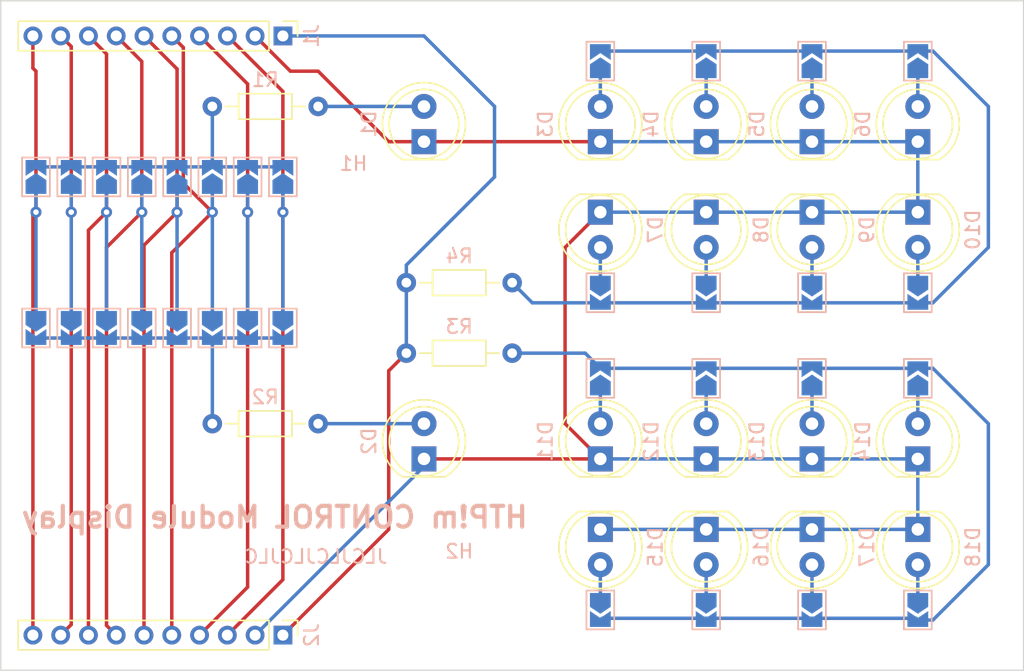
<source format=kicad_pcb>
(kicad_pcb (version 20221018) (generator pcbnew)
  (title_block (title "HTP!m CONTROL Module Display") (date "2023-10-07") (rev "1") (company "shawnd.xyz") (comment 2 "status.") (comment 3 "The HTP!m CONTROL Module Display highlights the selected module and its override"))
  (layers (0 "F.Cu" signal) (31 "B.Cu" signal) (34 "B.Paste" user) (35 "F.Paste" user) (36 "B.SilkS" user "B.Silkscreen") (37 "F.SilkS" user "F.Silkscreen") (38 "B.Mask" user) (39 "F.Mask" user) (44 "Edge.Cuts" user))
  (net 0 "")
  (net 1 "GND")
  (net 2 "Net-(D1-A)")
  (net 3 "Net-(D2-A)")
  (net 4 "Net-(D3-A)")
  (net 5 "Net-(D4-A)")
  (net 6 "Net-(D5-A)")
  (net 7 "Net-(D6-A)")
  (net 8 "Net-(D7-A)")
  (net 9 "Net-(D8-A)")
  (net 10 "Net-(D9-A)")
  (net 11 "Net-(D10-A)")
  (net 12 "Net-(D11-A)")
  (net 13 "Net-(D12-A)")
  (net 14 "Net-(D13-A)")
  (net 15 "Net-(D14-A)")
  (net 16 "Net-(D15-A)")
  (net 17 "Net-(D16-A)")
  (net 18 "Net-(D17-A)")
  (net 19 "Net-(D18-A)")
  (net 20 "+3.3V")
  (net 21 "Net-(J1-Pin_3)")
  (net 22 "Net-(J1-Pin_4)")
  (net 23 "Net-(J1-Pin_5)")
  (net 24 "Net-(J1-Pin_6)")
  (net 25 "Net-(J1-Pin_7)")
  (net 26 "Net-(J1-Pin_8)")
  (net 27 "Net-(J1-Pin_9)")
  (net 28 "Net-(J1-Pin_10)")
  (net 29 "Net-(JP1-B)")
  (net 30 "Net-(JP17-B)")
  (net 31 "Net-(JP25-B)")
  (net 32 "Net-(JP10-B)")
  (footprint "LED_THT:LED_D5.0mm" (layer "F.Cu") (at 154.94 111.76 -90)
    (fp_text reference "D15" (at 1.27 -3.96 -270) (layer "B.SilkS") (effects (justify mirror)))
    (fp_text value "BLUE")
    (pad "1" thru_hole rect (at 0 0 270) (size 1.8 1.8) (drill 0.9) (layers "*.Cu" "*.Mask") (net 1 "GND"))
    (pad "2" thru_hole circle (at 2.54 0 270) (size 1.8 1.8) (drill 0.9) (layers "*.Cu" "*.Mask") (net 16 "Net-(D15-A)"))
  )
  (footprint "LED_THT:LED_D5.0mm" (layer "F.Cu") (at 142.24 106.68 90)
    (fp_text reference "D2" (at 1.27 -3.96 90) (layer "B.SilkS") (effects (justify mirror)))
    (fp_text value "RED")
    (pad "1" thru_hole rect (at 0 0 90) (size 1.8 1.8) (drill 0.9) (layers "*.Cu" "*.Mask") (net 1 "GND"))
    (pad "2" thru_hole circle (at 2.54 0 90) (size 1.8 1.8) (drill 0.9) (layers "*.Cu" "*.Mask") (net 3 "Net-(D2-A)"))
  )
  (footprint "Resistor_THT:R_Axial_DIN0204_L3.6mm_D1.6mm_P7.62mm_Horizontal" (layer "F.Cu") (at 127 81.28)
    (fp_text reference "R1" (at 3.81 -1.92) (layer "B.SilkS") (effects (justify mirror)))
    (fp_text value "400Ω")
    (pad "1" thru_hole circle (at 0 0) (size 1.4 1.4) (drill 0.7) (layers "*.Cu" "*.Mask") (net 31 "Net-(JP25-B)"))
    (pad "2" thru_hole oval (at 7.62 0) (size 1.4 1.4) (drill 0.7) (layers "*.Cu" "*.Mask") (net 2 "Net-(D1-A)"))
  )
  (footprint "LED_THT:LED_D5.0mm" (layer "F.Cu") (at 142.24 83.82 90)
    (fp_text reference "D1" (at 1.27 -3.96 -270) (layer "B.SilkS") (effects (justify mirror)))
    (fp_text value "RED")
    (pad "1" thru_hole rect (at 0 0 90) (size 1.8 1.8) (drill 0.9) (layers "*.Cu" "*.Mask") (net 1 "GND"))
    (pad "2" thru_hole circle (at 2.54 0 90) (size 1.8 1.8) (drill 0.9) (layers "*.Cu" "*.Mask") (net 2 "Net-(D1-A)"))
  )
  (footprint "LED_THT:LED_D5.0mm" (layer "F.Cu") (at 162.56 106.68 90)
    (fp_text reference "D12" (at 1.27 -3.96 -270) (layer "B.SilkS") (effects (justify mirror)))
    (fp_text value "BLUE")
    (pad "1" thru_hole rect (at 0 0 90) (size 1.8 1.8) (drill 0.9) (layers "*.Cu" "*.Mask") (net 1 "GND"))
    (pad "2" thru_hole circle (at 2.54 0 90) (size 1.8 1.8) (drill 0.9) (layers "*.Cu" "*.Mask") (net 13 "Net-(D12-A)"))
  )
  (footprint "LED_THT:LED_D5.0mm" (layer "F.Cu") (at 170.18 83.82 90)
    (fp_text reference "D5" (at 1.27 -3.96 90) (layer "B.SilkS") (effects (justify mirror)))
    (fp_text value "BLUE")
    (pad "1" thru_hole rect (at 0 0 90) (size 1.8 1.8) (drill 0.9) (layers "*.Cu" "*.Mask") (net 1 "GND"))
    (pad "2" thru_hole circle (at 2.54 0 90) (size 1.8 1.8) (drill 0.9) (layers "*.Cu" "*.Mask") (net 6 "Net-(D5-A)"))
  )
  (footprint "LED_THT:LED_D5.0mm" (layer "F.Cu") (at 177.8 83.82 90)
    (fp_text reference "D6" (at 1.27 -3.96 90) (layer "B.SilkS") (effects (justify mirror)))
    (fp_text value "BLUE")
    (pad "1" thru_hole rect (at 0 0 90) (size 1.8 1.8) (drill 0.9) (layers "*.Cu" "*.Mask") (net 1 "GND"))
    (pad "2" thru_hole circle (at 2.54 0 90) (size 1.8 1.8) (drill 0.9) (layers "*.Cu" "*.Mask") (net 7 "Net-(D6-A)"))
  )
  (footprint "LED_THT:LED_D5.0mm" (layer "F.Cu") (at 162.56 88.9 -90)
    (fp_text reference "D8" (at 1.27 -3.96 -270) (layer "B.SilkS") (effects (justify mirror)))
    (fp_text value "BLUE")
    (pad "1" thru_hole rect (at 0 0 270) (size 1.8 1.8) (drill 0.9) (layers "*.Cu" "*.Mask") (net 1 "GND"))
    (pad "2" thru_hole circle (at 2.54 0 270) (size 1.8 1.8) (drill 0.9) (layers "*.Cu" "*.Mask") (net 9 "Net-(D8-A)"))
  )
  (footprint "LED_THT:LED_D5.0mm" (layer "F.Cu") (at 170.18 111.76 -90)
    (fp_text reference "D17" (at 1.27 -3.96 -270) (layer "B.SilkS") (effects (justify mirror)))
    (fp_text value "BLUE")
    (pad "1" thru_hole rect (at 0 0 270) (size 1.8 1.8) (drill 0.9) (layers "*.Cu" "*.Mask") (net 1 "GND"))
    (pad "2" thru_hole circle (at 2.54 0 270) (size 1.8 1.8) (drill 0.9) (layers "*.Cu" "*.Mask") (net 18 "Net-(D17-A)"))
  )
  (footprint "Connector_PinHeader_2.00mm:PinHeader_1x10_P2.00mm_Vertical" (layer "F.Cu") (at 132.08 76.2 -90)
    (fp_text reference "J1" (at 0 -2.06 -270) (layer "B.SilkS") (effects (justify mirror)))
    (fp_text value "Conn_01x10_Socket" hide)
    (pad "1" thru_hole rect (at 0 0 270) (size 1.35 1.35) (drill 0.8) (layers "*.Cu" "*.Mask") (net 20 "+3.3V"))
    (pad "2" thru_hole oval (at 0 2 270) (size 1.35 1.35) (drill 0.8) (layers "*.Cu" "*.Mask") (net 1 "GND"))
    (pad "3" thru_hole oval (at 0 4 270) (size 1.35 1.35) (drill 0.8) (layers "*.Cu" "*.Mask") (net 21 "Net-(J1-Pin_3)"))
    (pad "4" thru_hole oval (at 0 6 270) (size 1.35 1.35) (drill 0.8) (layers "*.Cu" "*.Mask") (net 22 "Net-(J1-Pin_4)"))
    (pad "5" thru_hole oval (at 0 8 270) (size 1.35 1.35) (drill 0.8) (layers "*.Cu" "*.Mask") (net 23 "Net-(J1-Pin_5)"))
    (pad "6" thru_hole oval (at 0 10 270) (size 1.35 1.35) (drill 0.8) (layers "*.Cu" "*.Mask") (net 24 "Net-(J1-Pin_6)"))
    (pad "7" thru_hole oval (at 0 12 270) (size 1.35 1.35) (drill 0.8) (layers "*.Cu" "*.Mask") (net 25 "Net-(J1-Pin_7)"))
    (pad "8" thru_hole oval (at 0 14 270) (size 1.35 1.35) (drill 0.8) (layers "*.Cu" "*.Mask") (net 26 "Net-(J1-Pin_8)"))
    (pad "9" thru_hole oval (at 0 16 270) (size 1.35 1.35) (drill 0.8) (layers "*.Cu" "*.Mask") (net 27 "Net-(J1-Pin_9)"))
    (pad "10" thru_hole oval (at 0 18 270) (size 1.35 1.35) (drill 0.8) (layers "*.Cu" "*.Mask") (net 28 "Net-(J1-Pin_10)"))
  )
  (footprint "MountingHole:MountingHole_2.5mm" (layer "F.Cu") (at 144.78 116.84)
    (fp_text reference "H2" (at 0 -3.5) (layer "B.SilkS") (effects (justify mirror)))
    (fp_text value "MountingHole")
    (pad "" np_thru_hole circle (at 0 0) (size 2.5 2.5) (drill 2.5) (layers "*.Cu" "*.Mask"))
  )
  (footprint "Resistor_THT:R_Axial_DIN0204_L3.6mm_D1.6mm_P7.62mm_Horizontal" (layer "F.Cu") (at 140.97 99.06)
    (fp_text reference "R3" (at 3.81 -1.92) (layer "B.SilkS") (effects (justify mirror)))
    (fp_text value "400Ω")
    (pad "1" thru_hole circle (at 0 0) (size 1.4 1.4) (drill 0.7) (layers "*.Cu" "*.Mask") (net 20 "+3.3V"))
    (pad "2" thru_hole oval (at 7.62 0) (size 1.4 1.4) (drill 0.7) (layers "*.Cu" "*.Mask") (net 32 "Net-(JP10-B)"))
  )
  (footprint "LED_THT:LED_D5.0mm" (layer "F.Cu") (at 177.8 106.68 90)
    (fp_text reference "D14" (at 1.27 -3.96 -270) (layer "B.SilkS") (effects (justify mirror)))
    (fp_text value "BLUE")
    (pad "1" thru_hole rect (at 0 0 90) (size 1.8 1.8) (drill 0.9) (layers "*.Cu" "*.Mask") (net 1 "GND"))
    (pad "2" thru_hole circle (at 2.54 0 90) (size 1.8 1.8) (drill 0.9) (layers "*.Cu" "*.Mask") (net 15 "Net-(D14-A)"))
  )
  (footprint "LED_THT:LED_D5.0mm" (layer "F.Cu") (at 177.8 88.9 -90)
    (fp_text reference "D10" (at 1.27 -3.96 -270) (layer "B.SilkS") (effects (justify mirror)))
    (fp_text value "BLUE")
    (pad "1" thru_hole rect (at 0 0 270) (size 1.8 1.8) (drill 0.9) (layers "*.Cu" "*.Mask") (net 1 "GND"))
    (pad "2" thru_hole circle (at 2.54 0 270) (size 1.8 1.8) (drill 0.9) (layers "*.Cu" "*.Mask") (net 11 "Net-(D10-A)"))
  )
  (footprint "LED_THT:LED_D5.0mm" (layer "F.Cu") (at 162.56 83.82 90)
    (fp_text reference "D4" (at 1.27 -3.96 -270) (layer "B.SilkS") (effects (justify mirror)))
    (fp_text value "BLUE")
    (pad "1" thru_hole rect (at 0 0 90) (size 1.8 1.8) (drill 0.9) (layers "*.Cu" "*.Mask") (net 1 "GND"))
    (pad "2" thru_hole circle (at 2.54 0 90) (size 1.8 1.8) (drill 0.9) (layers "*.Cu" "*.Mask") (net 5 "Net-(D4-A)"))
  )
  (footprint "LED_THT:LED_D5.0mm" (layer "F.Cu") (at 154.94 83.82 90)
    (fp_text reference "D3" (at 1.27 -3.96 -270) (layer "B.SilkS") (effects (justify mirror)))
    (fp_text value "BLUE")
    (pad "1" thru_hole rect (at 0 0 90) (size 1.8 1.8) (drill 0.9) (layers "*.Cu" "*.Mask") (net 1 "GND"))
    (pad "2" thru_hole circle (at 2.54 0 90) (size 1.8 1.8) (drill 0.9) (layers "*.Cu" "*.Mask") (net 4 "Net-(D3-A)"))
  )
  (footprint "LED_THT:LED_D5.0mm" (layer "F.Cu") (at 162.56 111.76 -90)
    (fp_text reference "D16" (at 1.27 -3.96 -270) (layer "B.SilkS") (effects (justify mirror)))
    (fp_text value "BLUE")
    (pad "1" thru_hole rect (at 0 0 270) (size 1.8 1.8) (drill 0.9) (layers "*.Cu" "*.Mask") (net 1 "GND"))
    (pad "2" thru_hole circle (at 2.54 0 270) (size 1.8 1.8) (drill 0.9) (layers "*.Cu" "*.Mask") (net 17 "Net-(D16-A)"))
  )
  (footprint "LED_THT:LED_D5.0mm" (layer "F.Cu") (at 177.8 111.76 -90)
    (fp_text reference "D18" (at 1.27 -3.96 -270) (layer "B.SilkS") (effects (justify mirror)))
    (fp_text value "BLUE")
    (pad "1" thru_hole rect (at 0 0 270) (size 1.8 1.8) (drill 0.9) (layers "*.Cu" "*.Mask") (net 1 "GND"))
    (pad "2" thru_hole circle (at 2.54 0 270) (size 1.8 1.8) (drill 0.9) (layers "*.Cu" "*.Mask") (net 19 "Net-(D18-A)"))
  )
  (footprint "LED_THT:LED_D5.0mm" (layer "F.Cu") (at 170.18 88.9 -90)
    (fp_text reference "D9" (at 1.27 -3.96 -270) (layer "B.SilkS") (effects (justify mirror)))
    (fp_text value "BLUE")
    (pad "1" thru_hole rect (at 0 0 270) (size 1.8 1.8) (drill 0.9) (layers "*.Cu" "*.Mask") (net 1 "GND"))
    (pad "2" thru_hole circle (at 2.54 0 270) (size 1.8 1.8) (drill 0.9) (layers "*.Cu" "*.Mask") (net 10 "Net-(D9-A)"))
  )
  (footprint "LED_THT:LED_D5.0mm" (layer "F.Cu") (at 170.18 106.68 90)
    (fp_text reference "D13" (at 1.27 -3.96 90) (layer "B.SilkS") (effects (justify mirror)))
    (fp_text value "BLUE")
    (pad "1" thru_hole rect (at 0 0 90) (size 1.8 1.8) (drill 0.9) (layers "*.Cu" "*.Mask") (net 1 "GND"))
    (pad "2" thru_hole circle (at 2.54 0 90) (size 1.8 1.8) (drill 0.9) (layers "*.Cu" "*.Mask") (net 14 "Net-(D13-A)"))
  )
  (footprint "Connector_PinHeader_2.00mm:PinHeader_1x10_P2.00mm_Vertical" (layer "F.Cu") (at 132.08 119.38 -90)
    (fp_text reference "J2" (at 0 -2.06 -270) (layer "B.SilkS") (effects (justify mirror)))
    (fp_text value "Conn_01x10_Socket" hide)
    (pad "1" thru_hole rect (at 0 0 270) (size 1.35 1.35) (drill 0.8) (layers "*.Cu" "*.Mask") (net 20 "+3.3V"))
    (pad "2" thru_hole oval (at 0 2 270) (size 1.35 1.35) (drill 0.8) (layers "*.Cu" "*.Mask") (net 1 "GND"))
    (pad "3" thru_hole oval (at 0 4 270) (size 1.35 1.35) (drill 0.8) (layers "*.Cu" "*.Mask") (net 21 "Net-(J1-Pin_3)"))
    (pad "4" thru_hole oval (at 0 6 270) (size 1.35 1.35) (drill 0.8) (layers "*.Cu" "*.Mask") (net 22 "Net-(J1-Pin_4)"))
    (pad "5" thru_hole oval (at 0 8 270) (size 1.35 1.35) (drill 0.8) (layers "*.Cu" "*.Mask") (net 23 "Net-(J1-Pin_5)"))
    (pad "6" thru_hole oval (at 0 10 270) (size 1.35 1.35) (drill 0.8) (layers "*.Cu" "*.Mask") (net 24 "Net-(J1-Pin_6)"))
    (pad "7" thru_hole oval (at 0 12 270) (size 1.35 1.35) (drill 0.8) (layers "*.Cu" "*.Mask") (net 25 "Net-(J1-Pin_7)"))
    (pad "8" thru_hole oval (at 0 14 270) (size 1.35 1.35) (drill 0.8) (layers "*.Cu" "*.Mask") (net 26 "Net-(J1-Pin_8)"))
    (pad "9" thru_hole oval (at 0 16 270) (size 1.35 1.35) (drill 0.8) (layers "*.Cu" "*.Mask") (net 27 "Net-(J1-Pin_9)"))
    (pad "10" thru_hole oval (at 0 18 270) (size 1.35 1.35) (drill 0.8) (layers "*.Cu" "*.Mask") (net 28 "Net-(J1-Pin_10)"))
  )
  (footprint "MountingHole:MountingHole_2.5mm" (layer "F.Cu") (at 137.16 88.9)
    (fp_text reference "H1" (at 0 -3.5) (layer "B.SilkS") (effects (justify mirror)))
    (fp_text value "MountingHole")
    (pad "" np_thru_hole circle (at 0 0) (size 2.5 2.5) (drill 2.5) (layers "*.Cu" "*.Mask"))
  )
  (footprint "LED_THT:LED_D5.0mm" (layer "F.Cu") (at 154.94 106.68 90)
    (fp_text reference "D11" (at 1.27 -3.96 -270) (layer "B.SilkS") (effects (justify mirror)))
    (fp_text value "BLUE")
    (pad "1" thru_hole rect (at 0 0 90) (size 1.8 1.8) (drill 0.9) (layers "*.Cu" "*.Mask") (net 1 "GND"))
    (pad "2" thru_hole circle (at 2.54 0 90) (size 1.8 1.8) (drill 0.9) (layers "*.Cu" "*.Mask") (net 12 "Net-(D11-A)"))
  )
  (footprint "Resistor_THT:R_Axial_DIN0204_L3.6mm_D1.6mm_P7.62mm_Horizontal" (layer "F.Cu") (at 140.97 93.98)
    (fp_text reference "R4" (at 3.81 -1.92) (layer "B.SilkS") (effects (justify mirror)))
    (fp_text value "400Ω")
    (pad "1" thru_hole circle (at 0 0) (size 1.4 1.4) (drill 0.7) (layers "*.Cu" "*.Mask") (net 20 "+3.3V"))
    (pad "2" thru_hole oval (at 7.62 0) (size 1.4 1.4) (drill 0.7) (layers "*.Cu" "*.Mask") (net 29 "Net-(JP1-B)"))
  )
  (footprint "Resistor_THT:R_Axial_DIN0204_L3.6mm_D1.6mm_P7.62mm_Horizontal" (layer "F.Cu") (at 127 104.14)
    (fp_text reference "R2" (at 3.81 -1.92) (layer "B.SilkS") (effects (justify mirror)))
    (fp_text value "400Ω")
    (pad "1" thru_hole circle (at 0 0) (size 1.4 1.4) (drill 0.7) (layers "*.Cu" "*.Mask") (net 30 "Net-(JP17-B)"))
    (pad "2" thru_hole oval (at 7.62 0) (size 1.4 1.4) (drill 0.7) (layers "*.Cu" "*.Mask") (net 3 "Net-(D2-A)"))
  )
  (footprint "LED_THT:LED_D5.0mm" (layer "F.Cu") (at 154.94 88.9 -90)
    (fp_text reference "D7" (at 1.27 -3.96 -270) (layer "B.SilkS") (effects (justify mirror)))
    (fp_text value "BLUE")
    (pad "1" thru_hole rect (at 0 0 270) (size 1.8 1.8) (drill 0.9) (layers "*.Cu" "*.Mask") (net 1 "GND"))
    (pad "2" thru_hole circle (at 2.54 0 270) (size 1.8 1.8) (drill 0.9) (layers "*.Cu" "*.Mask") (net 8 "Net-(D7-A)"))
  )
  (footprint "Jumper:SolderJumper-2_P1.3mm_Open_TrianglePad1.0x1.5mm" (layer "B.Cu") (at 132.08 86.36 90)
    (fp_text reference "JP25" hide)
    (fp_text value "SolderJumper_2_Bridged" hide)
    (pad "1" smd custom (at -0.725 0 90) (size 0.3 0.3) (layers "B.Cu" "B.Mask") (net 21 "Net-(J1-Pin_3)") (options (clearance outline) (anchor rect)) (primitives (gr_poly (pts (xy 1 0) (xy 0.5 -0.75) (xy -0.5 -0.75) (xy -0.5 0.75) (xy 0.5 0.75)) (width 0) (fill yes))))
    (pad "2" smd custom (at 0.725 0 90) (size 0.3 0.3) (layers "B.Cu" "B.Mask") (net 31 "Net-(JP25-B)") (options (clearance outline) (anchor rect)) (primitives (gr_poly (pts (xy 0.5 -0.75) (xy -0.65 -0.75) (xy -0.15 0) (xy -0.65 0.75) (xy 0.5 0.75)) (width 0) (fill yes))))
  )
  (footprint "Jumper:SolderJumper-2_P1.3mm_Open_TrianglePad1.0x1.5mm" (layer "B.Cu") (at 129.54 86.36 90)
    (fp_text reference "JP26" hide)
    (fp_text value "SolderJumper_2_Bridged" hide)
    (pad "1" smd custom (at -0.725 0 90) (size 0.3 0.3) (layers "B.Cu" "B.Mask") (net 22 "Net-(J1-Pin_4)") (options (clearance outline) (anchor rect)) (primitives (gr_poly (pts (xy 1 0) (xy 0.5 -0.75) (xy -0.5 -0.75) (xy -0.5 0.75) (xy 0.5 0.75)) (width 0) (fill yes))))
    (pad "2" smd custom (at 0.725 0 90) (size 0.3 0.3) (layers "B.Cu" "B.Mask") (net 31 "Net-(JP25-B)") (options (clearance outline) (anchor rect)) (primitives (gr_poly (pts (xy 0.5 -0.75) (xy -0.65 -0.75) (xy -0.15 0) (xy -0.65 0.75) (xy 0.5 0.75)) (width 0) (fill yes))))
  )
  (footprint "Jumper:SolderJumper-2_P1.3mm_Open_TrianglePad1.0x1.5mm" (layer "B.Cu") (at 162.56 117.565 -90)
    (fp_text reference "JP14" hide)
    (fp_text value "SolderJumper_2_Bridged" hide)
    (pad "1" smd custom (at -0.725 0 270) (size 0.3 0.3) (layers "B.Cu" "B.Mask") (net 17 "Net-(D16-A)") (options (clearance outline) (anchor rect)) (primitives (gr_poly (pts (xy 1 0) (xy 0.5 -0.75) (xy -0.5 -0.75) (xy -0.5 0.75) (xy 0.5 0.75)) (width 0) (fill yes))))
    (pad "2" smd custom (at 0.725 0 270) (size 0.3 0.3) (layers "B.Cu" "B.Mask") (net 32 "Net-(JP10-B)") (options (clearance outline) (anchor rect)) (primitives (gr_poly (pts (xy 0.5 -0.75) (xy -0.65 -0.75) (xy -0.15 0) (xy -0.65 0.75) (xy 0.5 0.75)) (width 0) (fill yes))))
  )
  (footprint "Jumper:SolderJumper-2_P1.3mm_Open_TrianglePad1.0x1.5mm" (layer "B.Cu") (at 119.38 86.36 90)
    (fp_text reference "JP30" hide)
    (fp_text value "SolderJumper_2_Bridged" hide)
    (pad "1" smd custom (at -0.725 0 90) (size 0.3 0.3) (layers "B.Cu" "B.Mask") (net 26 "Net-(J1-Pin_8)") (options (clearance outline) (anchor rect)) (primitives (gr_poly (pts (xy 1 0) (xy 0.5 -0.75) (xy -0.5 -0.75) (xy -0.5 0.75) (xy 0.5 0.75)) (width 0) (fill yes))))
    (pad "2" smd custom (at 0.725 0 90) (size 0.3 0.3) (layers "B.Cu" "B.Mask") (net 31 "Net-(JP25-B)") (options (clearance outline) (anchor rect)) (primitives (gr_poly (pts (xy 0.5 -0.75) (xy -0.65 -0.75) (xy -0.15 0) (xy -0.65 0.75) (xy 0.5 0.75)) (width 0) (fill yes))))
  )
  (footprint "Jumper:SolderJumper-2_P1.3mm_Open_TrianglePad1.0x1.5mm" (layer "B.Cu") (at 170.18 117.565 -90)
    (fp_text reference "JP15" hide)
    (fp_text value "SolderJumper_2_Bridged" hide)
    (pad "1" smd custom (at -0.725 0 270) (size 0.3 0.3) (layers "B.Cu" "B.Mask") (net 18 "Net-(D17-A)") (options (clearance outline) (anchor rect)) (primitives (gr_poly (pts (xy 1 0) (xy 0.5 -0.75) (xy -0.5 -0.75) (xy -0.5 0.75) (xy 0.5 0.75)) (width 0) (fill yes))))
    (pad "2" smd custom (at 0.725 0 270) (size 0.3 0.3) (layers "B.Cu" "B.Mask") (net 32 "Net-(JP10-B)") (options (clearance outline) (anchor rect)) (primitives (gr_poly (pts (xy 0.5 -0.75) (xy -0.65 -0.75) (xy -0.15 0) (xy -0.65 0.75) (xy 0.5 0.75)) (width 0) (fill yes))))
  )
  (footprint "Jumper:SolderJumper-2_P1.3mm_Open_TrianglePad1.0x1.5mm" (layer "B.Cu") (at 127 97.245 -90)
    (fp_text reference "JP22" hide)
    (fp_text value "SolderJumper_2_Bridged" hide)
    (pad "1" smd custom (at -0.725 0 270) (size 0.3 0.3) (layers "B.Cu" "B.Mask") (net 23 "Net-(J1-Pin_5)") (options (clearance outline) (anchor rect)) (primitives (gr_poly (pts (xy 1 0) (xy 0.5 -0.75) (xy -0.5 -0.75) (xy -0.5 0.75) (xy 0.5 0.75)) (width 0) (fill yes))))
    (pad "2" smd custom (at 0.725 0 270) (size 0.3 0.3) (layers "B.Cu" "B.Mask") (net 30 "Net-(JP17-B)") (options (clearance outline) (anchor rect)) (primitives (gr_poly (pts (xy 0.5 -0.75) (xy -0.65 -0.75) (xy -0.15 0) (xy -0.65 0.75) (xy 0.5 0.75)) (width 0) (fill yes))))
  )
  (footprint "Jumper:SolderJumper-2_P1.3mm_Open_TrianglePad1.0x1.5mm" (layer "B.Cu") (at 116.84 97.245 -90)
    (fp_text reference "JP18" hide)
    (fp_text value "SolderJumper_2_Bridged" hide)
    (pad "1" smd custom (at -0.725 0 270) (size 0.3 0.3) (layers "B.Cu" "B.Mask") (net 27 "Net-(J1-Pin_9)") (options (clearance outline) (anchor rect)) (primitives (gr_poly (pts (xy 1 0) (xy 0.5 -0.75) (xy -0.5 -0.75) (xy -0.5 0.75) (xy 0.5 0.75)) (width 0) (fill yes))))
    (pad "2" smd custom (at 0.725 0 270) (size 0.3 0.3) (layers "B.Cu" "B.Mask") (net 30 "Net-(JP17-B)") (options (clearance outline) (anchor rect)) (primitives (gr_poly (pts (xy 0.5 -0.75) (xy -0.65 -0.75) (xy -0.15 0) (xy -0.65 0.75) (xy 0.5 0.75)) (width 0) (fill yes))))
  )
  (footprint "Jumper:SolderJumper-2_P1.3mm_Open_TrianglePad1.0x1.5mm" (layer "B.Cu") (at 124.46 86.36 90)
    (fp_text reference "JP28" hide)
    (fp_text value "SolderJumper_2_Bridged" hide)
    (pad "1" smd custom (at -0.725 0 90) (size 0.3 0.3) (layers "B.Cu" "B.Mask") (net 24 "Net-(J1-Pin_6)") (options (clearance outline) (anchor rect)) (primitives (gr_poly (pts (xy 1 0) (xy 0.5 -0.75) (xy -0.5 -0.75) (xy -0.5 0.75) (xy 0.5 0.75)) (width 0) (fill yes))))
    (pad "2" smd custom (at 0.725 0 90) (size 0.3 0.3) (layers "B.Cu" "B.Mask") (net 31 "Net-(JP25-B)") (options (clearance outline) (anchor rect)) (primitives (gr_poly (pts (xy 0.5 -0.75) (xy -0.65 -0.75) (xy -0.15 0) (xy -0.65 0.75) (xy 0.5 0.75)) (width 0) (fill yes))))
  )
  (footprint "Jumper:SolderJumper-2_P1.3mm_Open_TrianglePad1.0x1.5mm" (layer "B.Cu") (at 121.92 86.36 90)
    (fp_text reference "JP29" hide)
    (fp_text value "SolderJumper_2_Bridged" hide)
    (pad "1" smd custom (at -0.725 0 90) (size 0.3 0.3) (layers "B.Cu" "B.Mask") (net 25 "Net-(J1-Pin_7)") (options (clearance outline) (anchor rect)) (primitives (gr_poly (pts (xy 1 0) (xy 0.5 -0.75) (xy -0.5 -0.75) (xy -0.5 0.75) (xy 0.5 0.75)) (width 0) (fill yes))))
    (pad "2" smd custom (at 0.725 0 90) (size 0.3 0.3) (layers "B.Cu" "B.Mask") (net 31 "Net-(JP25-B)") (options (clearance outline) (anchor rect)) (primitives (gr_poly (pts (xy 0.5 -0.75) (xy -0.65 -0.75) (xy -0.15 0) (xy -0.65 0.75) (xy 0.5 0.75)) (width 0) (fill yes))))
  )
  (footprint "Jumper:SolderJumper-2_P1.3mm_Open_TrianglePad1.0x1.5mm" (layer "B.Cu") (at 121.92 97.245 -90)
    (fp_text reference "JP20" hide)
    (fp_text value "SolderJumper_2_Bridged" hide)
    (pad "1" smd custom (at -0.725 0 270) (size 0.3 0.3) (layers "B.Cu" "B.Mask") (net 25 "Net-(J1-Pin_7)") (options (clearance outline) (anchor rect)) (primitives (gr_poly (pts (xy 1 0) (xy 0.5 -0.75) (xy -0.5 -0.75) (xy -0.5 0.75) (xy 0.5 0.75)) (width 0) (fill yes))))
    (pad "2" smd custom (at 0.725 0 270) (size 0.3 0.3) (layers "B.Cu" "B.Mask") (net 30 "Net-(JP17-B)") (options (clearance outline) (anchor rect)) (primitives (gr_poly (pts (xy 0.5 -0.75) (xy -0.65 -0.75) (xy -0.15 0) (xy -0.65 0.75) (xy 0.5 0.75)) (width 0) (fill yes))))
  )
  (footprint "Jumper:SolderJumper-2_P1.3mm_Open_TrianglePad1.0x1.5mm" (layer "B.Cu") (at 127 86.36 90)
    (fp_text reference "JP27" hide)
    (fp_text value "SolderJumper_2_Bridged" hide)
    (pad "1" smd custom (at -0.725 0 90) (size 0.3 0.3) (layers "B.Cu" "B.Mask") (net 23 "Net-(J1-Pin_5)") (options (clearance outline) (anchor rect)) (primitives (gr_poly (pts (xy 1 0) (xy 0.5 -0.75) (xy -0.5 -0.75) (xy -0.5 0.75) (xy 0.5 0.75)) (width 0) (fill yes))))
    (pad "2" smd custom (at 0.725 0 90) (size 0.3 0.3) (layers "B.Cu" "B.Mask") (net 31 "Net-(JP25-B)") (options (clearance outline) (anchor rect)) (primitives (gr_poly (pts (xy 0.5 -0.75) (xy -0.65 -0.75) (xy -0.15 0) (xy -0.65 0.75) (xy 0.5 0.75)) (width 0) (fill yes))))
  )
  (footprint "Jumper:SolderJumper-2_P1.3mm_Open_TrianglePad1.0x1.5mm" (layer "B.Cu") (at 177.8 100.875 90)
    (fp_text reference "JP12" hide)
    (fp_text value "SolderJumper_2_Bridged" hide)
    (pad "1" smd custom (at -0.725 0 90) (size 0.3 0.3) (layers "B.Cu" "B.Mask") (net 15 "Net-(D14-A)") (options (clearance outline) (anchor rect)) (primitives (gr_poly (pts (xy 1 0) (xy 0.5 -0.75) (xy -0.5 -0.75) (xy -0.5 0.75) (xy 0.5 0.75)) (width 0) (fill yes))))
    (pad "2" smd custom (at 0.725 0 90) (size 0.3 0.3) (layers "B.Cu" "B.Mask") (net 32 "Net-(JP10-B)") (options (clearance outline) (anchor rect)) (primitives (gr_poly (pts (xy 0.5 -0.75) (xy -0.65 -0.75) (xy -0.15 0) (xy -0.65 0.75) (xy 0.5 0.75)) (width 0) (fill yes))))
  )
  (footprint "Jumper:SolderJumper-2_P1.3mm_Open_TrianglePad1.0x1.5mm" (layer "B.Cu") (at 132.08 97.245 -90)
    (fp_text reference "JP24" hide)
    (fp_text value "SolderJumper_2_Bridged" hide)
    (pad "1" smd custom (at -0.725 0 270) (size 0.3 0.3) (layers "B.Cu" "B.Mask") (net 21 "Net-(J1-Pin_3)") (options (clearance outline) (anchor rect)) (primitives (gr_poly (pts (xy 1 0) (xy 0.5 -0.75) (xy -0.5 -0.75) (xy -0.5 0.75) (xy 0.5 0.75)) (width 0) (fill yes))))
    (pad "2" smd custom (at 0.725 0 270) (size 0.3 0.3) (layers "B.Cu" "B.Mask") (net 30 "Net-(JP17-B)") (options (clearance outline) (anchor rect)) (primitives (gr_poly (pts (xy 0.5 -0.75) (xy -0.65 -0.75) (xy -0.15 0) (xy -0.65 0.75) (xy 0.5 0.75)) (width 0) (fill yes))))
  )
  (footprint "Jumper:SolderJumper-2_P1.3mm_Open_TrianglePad1.0x1.5mm" (layer "B.Cu") (at 170.18 100.875 90)
    (fp_text reference "JP11" hide)
    (fp_text value "SolderJumper_2_Bridged" hide)
    (pad "1" smd custom (at -0.725 0 90) (size 0.3 0.3) (layers "B.Cu" "B.Mask") (net 14 "Net-(D13-A)") (options (clearance outline) (anchor rect)) (primitives (gr_poly (pts (xy 1 0) (xy 0.5 -0.75) (xy -0.5 -0.75) (xy -0.5 0.75) (xy 0.5 0.75)) (width 0) (fill yes))))
    (pad "2" smd custom (at 0.725 0 90) (size 0.3 0.3) (layers "B.Cu" "B.Mask") (net 32 "Net-(JP10-B)") (options (clearance outline) (anchor rect)) (primitives (gr_poly (pts (xy 0.5 -0.75) (xy -0.65 -0.75) (xy -0.15 0) (xy -0.65 0.75) (xy 0.5 0.75)) (width 0) (fill yes))))
  )
  (footprint "Jumper:SolderJumper-2_P1.3mm_Open_TrianglePad1.0x1.5mm" (layer "B.Cu") (at 154.94 117.565 -90)
    (fp_text reference "JP13" hide)
    (fp_text value "SolderJumper_2_Bridged" hide)
    (pad "1" smd custom (at -0.725 0 270) (size 0.3 0.3) (layers "B.Cu" "B.Mask") (net 16 "Net-(D15-A)") (options (clearance outline) (anchor rect)) (primitives (gr_poly (pts (xy 1 0) (xy 0.5 -0.75) (xy -0.5 -0.75) (xy -0.5 0.75) (xy 0.5 0.75)) (width 0) (fill yes))))
    (pad "2" smd custom (at 0.725 0 270) (size 0.3 0.3) (layers "B.Cu" "B.Mask") (net 32 "Net-(JP10-B)") (options (clearance outline) (anchor rect)) (primitives (gr_poly (pts (xy 0.5 -0.75) (xy -0.65 -0.75) (xy -0.15 0) (xy -0.65 0.75) (xy 0.5 0.75)) (width 0) (fill yes))))
  )
  (footprint "Jumper:SolderJumper-2_P1.3mm_Open_TrianglePad1.0x1.5mm" (layer "B.Cu") (at 177.8 94.705 -90)
    (fp_text reference "JP8" hide)
    (fp_text value "SolderJumper_2_Bridged" hide)
    (pad "1" smd custom (at -0.725 0 270) (size 0.3 0.3) (layers "B.Cu" "B.Mask") (net 11 "Net-(D10-A)") (options (clearance outline) (anchor rect)) (primitives (gr_poly (pts (xy 1 0) (xy 0.5 -0.75) (xy -0.5 -0.75) (xy -0.5 0.75) (xy 0.5 0.75)) (width 0) (fill yes))))
    (pad "2" smd custom (at 0.725 0 270) (size 0.3 0.3) (layers "B.Cu" "B.Mask") (net 29 "Net-(JP1-B)") (options (clearance outline) (anchor rect)) (primitives (gr_poly (pts (xy 0.5 -0.75) (xy -0.65 -0.75) (xy -0.15 0) (xy -0.65 0.75) (xy 0.5 0.75)) (width 0) (fill yes))))
  )
  (footprint "Jumper:SolderJumper-2_P1.3mm_Open_TrianglePad1.0x1.5mm" (layer "B.Cu") (at 154.94 94.705 -90)
    (fp_text reference "JP5" hide)
    (fp_text value "SolderJumper_2_Bridged" hide)
    (pad "1" smd custom (at -0.725 0 270) (size 0.3 0.3) (layers "B.Cu" "B.Mask") (net 8 "Net-(D7-A)") (options (clearance outline) (anchor rect)) (primitives (gr_poly (pts (xy 1 0) (xy 0.5 -0.75) (xy -0.5 -0.75) (xy -0.5 0.75) (xy 0.5 0.75)) (width 0) (fill yes))))
    (pad "2" smd custom (at 0.725 0 270) (size 0.3 0.3) (layers "B.Cu" "B.Mask") (net 29 "Net-(JP1-B)") (options (clearance outline) (anchor rect)) (primitives (gr_poly (pts (xy 0.5 -0.75) (xy -0.65 -0.75) (xy -0.15 0) (xy -0.65 0.75) (xy 0.5 0.75)) (width 0) (fill yes))))
  )
  (footprint "Jumper:SolderJumper-2_P1.3mm_Open_TrianglePad1.0x1.5mm" (layer "B.Cu") (at 162.56 78.015 90)
    (fp_text reference "JP2" hide)
    (fp_text value "SolderJumper_2_Bridged" hide)
    (pad "1" smd custom (at -0.725 0 90) (size 0.3 0.3) (layers "B.Cu" "B.Mask") (net 5 "Net-(D4-A)") (options (clearance outline) (anchor rect)) (primitives (gr_poly (pts (xy 1 0) (xy 0.5 -0.75) (xy -0.5 -0.75) (xy -0.5 0.75) (xy 0.5 0.75)) (width 0) (fill yes))))
    (pad "2" smd custom (at 0.725 0 90) (size 0.3 0.3) (layers "B.Cu" "B.Mask") (net 29 "Net-(JP1-B)") (options (clearance outline) (anchor rect)) (primitives (gr_poly (pts (xy 0.5 -0.75) (xy -0.65 -0.75) (xy -0.15 0) (xy -0.65 0.75) (xy 0.5 0.75)) (width 0) (fill yes))))
  )
  (footprint "Jumper:SolderJumper-2_P1.3mm_Open_TrianglePad1.0x1.5mm" (layer "B.Cu") (at 114.3 86.36 90)
    (fp_text reference "JP32" hide)
    (fp_text value "SolderJumper_2_Bridged" hide)
    (pad "1" smd custom (at -0.725 0 90) (size 0.3 0.3) (layers "B.Cu" "B.Mask") (net 28 "Net-(J1-Pin_10)") (options (clearance outline) (anchor rect)) (primitives (gr_poly (pts (xy 1 0) (xy 0.5 -0.75) (xy -0.5 -0.75) (xy -0.5 0.75) (xy 0.5 0.75)) (width 0) (fill yes))))
    (pad "2" smd custom (at 0.725 0 90) (size 0.3 0.3) (layers "B.Cu" "B.Mask") (net 31 "Net-(JP25-B)") (options (clearance outline) (anchor rect)) (primitives (gr_poly (pts (xy 0.5 -0.75) (xy -0.65 -0.75) (xy -0.15 0) (xy -0.65 0.75) (xy 0.5 0.75)) (width 0) (fill yes))))
  )
  (footprint "Jumper:SolderJumper-2_P1.3mm_Open_TrianglePad1.0x1.5mm" (layer "B.Cu") (at 170.18 78.015 90)
    (fp_text reference "JP3" hide)
    (fp_text value "SolderJumper_2_Bridged" hide)
    (pad "1" smd custom (at -0.725 0 90) (size 0.3 0.3) (layers "B.Cu" "B.Mask") (net 6 "Net-(D5-A)") (options (clearance outline) (anchor rect)) (primitives (gr_poly (pts (xy 1 0) (xy 0.5 -0.75) (xy -0.5 -0.75) (xy -0.5 0.75) (xy 0.5 0.75)) (width 0) (fill yes))))
    (pad "2" smd custom (at 0.725 0 90) (size 0.3 0.3) (layers "B.Cu" "B.Mask") (net 29 "Net-(JP1-B)") (options (clearance outline) (anchor rect)) (primitives (gr_poly (pts (xy 0.5 -0.75) (xy -0.65 -0.75) (xy -0.15 0) (xy -0.65 0.75) (xy 0.5 0.75)) (width 0) (fill yes))))
  )
  (footprint "Jumper:SolderJumper-2_P1.3mm_Open_TrianglePad1.0x1.5mm" (layer "B.Cu") (at 116.84 86.36 90)
    (fp_text reference "JP31" hide)
    (fp_text value "SolderJumper_2_Bridged" hide)
    (pad "1" smd custom (at -0.725 0 90) (size 0.3 0.3) (layers "B.Cu" "B.Mask") (net 27 "Net-(J1-Pin_9)") (options (clearance outline) (anchor rect)) (primitives (gr_poly (pts (xy 1 0) (xy 0.5 -0.75) (xy -0.5 -0.75) (xy -0.5 0.75) (xy 0.5 0.75)) (width 0) (fill yes))))
    (pad "2" smd custom (at 0.725 0 90) (size 0.3 0.3) (layers "B.Cu" "B.Mask") (net 31 "Net-(JP25-B)") (options (clearance outline) (anchor rect)) (primitives (gr_poly (pts (xy 0.5 -0.75) (xy -0.65 -0.75) (xy -0.15 0) (xy -0.65 0.75) (xy 0.5 0.75)) (width 0) (fill yes))))
  )
  (footprint "Jumper:SolderJumper-2_P1.3mm_Open_TrianglePad1.0x1.5mm" (layer "B.Cu") (at 124.46 97.245 -90)
    (fp_text reference "JP21" hide)
    (fp_text value "SolderJumper_2_Bridged" hide)
    (pad "1" smd custom (at -0.725 0 270) (size 0.3 0.3) (layers "B.Cu" "B.Mask") (net 24 "Net-(J1-Pin_6)") (options (clearance outline) (anchor rect)) (primitives (gr_poly (pts (xy 1 0) (xy 0.5 -0.75) (xy -0.5 -0.75) (xy -0.5 0.75) (xy 0.5 0.75)) (width 0) (fill yes))))
    (pad "2" smd custom (at 0.725 0 270) (size 0.3 0.3) (layers "B.Cu" "B.Mask") (net 30 "Net-(JP17-B)") (options (clearance outline) (anchor rect)) (primitives (gr_poly (pts (xy 0.5 -0.75) (xy -0.65 -0.75) (xy -0.15 0) (xy -0.65 0.75) (xy 0.5 0.75)) (width 0) (fill yes))))
  )
  (footprint "Jumper:SolderJumper-2_P1.3mm_Open_TrianglePad1.0x1.5mm" (layer "B.Cu") (at 154.94 100.875 90)
    (fp_text reference "JP9" hide)
    (fp_text value "SolderJumper_2_Bridged" hide)
    (pad "1" smd custom (at -0.725 0 90) (size 0.3 0.3) (layers "B.Cu" "B.Mask") (net 12 "Net-(D11-A)") (options (clearance outline) (anchor rect)) (primitives (gr_poly (pts (xy 1 0) (xy 0.5 -0.75) (xy -0.5 -0.75) (xy -0.5 0.75) (xy 0.5 0.75)) (width 0) (fill yes))))
    (pad "2" smd custom (at 0.725 0 90) (size 0.3 0.3) (layers "B.Cu" "B.Mask") (net 32 "Net-(JP10-B)") (options (clearance outline) (anchor rect)) (primitives (gr_poly (pts (xy 0.5 -0.75) (xy -0.65 -0.75) (xy -0.15 0) (xy -0.65 0.75) (xy 0.5 0.75)) (width 0) (fill yes))))
  )
  (footprint "Jumper:SolderJumper-2_P1.3mm_Open_TrianglePad1.0x1.5mm" (layer "B.Cu") (at 177.8 117.565 -90)
    (fp_text reference "JP16" hide)
    (fp_text value "SolderJumper_2_Bridged" hide)
    (pad "1" smd custom (at -0.725 0 270) (size 0.3 0.3) (layers "B.Cu" "B.Mask") (net 19 "Net-(D18-A)") (options (clearance outline) (anchor rect)) (primitives (gr_poly (pts (xy 1 0) (xy 0.5 -0.75) (xy -0.5 -0.75) (xy -0.5 0.75) (xy 0.5 0.75)) (width 0) (fill yes))))
    (pad "2" smd custom (at 0.725 0 270) (size 0.3 0.3) (layers "B.Cu" "B.Mask") (net 32 "Net-(JP10-B)") (options (clearance outline) (anchor rect)) (primitives (gr_poly (pts (xy 0.5 -0.75) (xy -0.65 -0.75) (xy -0.15 0) (xy -0.65 0.75) (xy 0.5 0.75)) (width 0) (fill yes))))
  )
  (footprint "Jumper:SolderJumper-2_P1.3mm_Open_TrianglePad1.0x1.5mm" (layer "B.Cu") (at 162.56 100.875 90)
    (fp_text reference "JP10" hide)
    (fp_text value "SolderJumper_2_Bridged" hide)
    (pad "1" smd custom (at -0.725 0 90) (size 0.3 0.3) (layers "B.Cu" "B.Mask") (net 13 "Net-(D12-A)") (options (clearance outline) (anchor rect)) (primitives (gr_poly (pts (xy 1 0) (xy 0.5 -0.75) (xy -0.5 -0.75) (xy -0.5 0.75) (xy 0.5 0.75)) (width 0) (fill yes))))
    (pad "2" smd custom (at 0.725 0 90) (size 0.3 0.3) (layers "B.Cu" "B.Mask") (net 32 "Net-(JP10-B)") (options (clearance outline) (anchor rect)) (primitives (gr_poly (pts (xy 0.5 -0.75) (xy -0.65 -0.75) (xy -0.15 0) (xy -0.65 0.75) (xy 0.5 0.75)) (width 0) (fill yes))))
  )
  (footprint "Jumper:SolderJumper-2_P1.3mm_Open_TrianglePad1.0x1.5mm" (layer "B.Cu") (at 177.8 78.015 90)
    (fp_text reference "JP4" hide)
    (fp_text value "SolderJumper_2_Bridged" hide)
    (pad "1" smd custom (at -0.725 0 90) (size 0.3 0.3) (layers "B.Cu" "B.Mask") (net 7 "Net-(D6-A)") (options (clearance outline) (anchor rect)) (primitives (gr_poly (pts (xy 1 0) (xy 0.5 -0.75) (xy -0.5 -0.75) (xy -0.5 0.75) (xy 0.5 0.75)) (width 0) (fill yes))))
    (pad "2" smd custom (at 0.725 0 90) (size 0.3 0.3) (layers "B.Cu" "B.Mask") (net 29 "Net-(JP1-B)") (options (clearance outline) (anchor rect)) (primitives (gr_poly (pts (xy 0.5 -0.75) (xy -0.65 -0.75) (xy -0.15 0) (xy -0.65 0.75) (xy 0.5 0.75)) (width 0) (fill yes))))
  )
  (footprint "Jumper:SolderJumper-2_P1.3mm_Open_TrianglePad1.0x1.5mm" (layer "B.Cu") (at 162.56 94.705 -90)
    (fp_text reference "JP6" hide)
    (fp_text value "SolderJumper_2_Bridged" hide)
    (pad "1" smd custom (at -0.725 0 270) (size 0.3 0.3) (layers "B.Cu" "B.Mask") (net 9 "Net-(D8-A)") (options (clearance outline) (anchor rect)) (primitives (gr_poly (pts (xy 1 0) (xy 0.5 -0.75) (xy -0.5 -0.75) (xy -0.5 0.75) (xy 0.5 0.75)) (width 0) (fill yes))))
    (pad "2" smd custom (at 0.725 0 270) (size 0.3 0.3) (layers "B.Cu" "B.Mask") (net 29 "Net-(JP1-B)") (options (clearance outline) (anchor rect)) (primitives (gr_poly (pts (xy 0.5 -0.75) (xy -0.65 -0.75) (xy -0.15 0) (xy -0.65 0.75) (xy 0.5 0.75)) (width 0) (fill yes))))
  )
  (footprint "Jumper:SolderJumper-2_P1.3mm_Open_TrianglePad1.0x1.5mm" (layer "B.Cu") (at 119.38 97.245 -90)
    (fp_text reference "JP19" hide)
    (fp_text value "SolderJumper_2_Bridged" hide)
    (pad "1" smd custom (at -0.725 0 270) (size 0.3 0.3) (layers "B.Cu" "B.Mask") (net 26 "Net-(J1-Pin_8)") (options (clearance outline) (anchor rect)) (primitives (gr_poly (pts (xy 1 0) (xy 0.5 -0.75) (xy -0.5 -0.75) (xy -0.5 0.75) (xy 0.5 0.75)) (width 0) (fill yes))))
    (pad "2" smd custom (at 0.725 0 270) (size 0.3 0.3) (layers "B.Cu" "B.Mask") (net 30 "Net-(JP17-B)") (options (clearance outline) (anchor rect)) (primitives (gr_poly (pts (xy 0.5 -0.75) (xy -0.65 -0.75) (xy -0.15 0) (xy -0.65 0.75) (xy 0.5 0.75)) (width 0) (fill yes))))
  )
  (footprint "Jumper:SolderJumper-2_P1.3mm_Open_TrianglePad1.0x1.5mm" (layer "B.Cu") (at 129.54 97.245 -90)
    (fp_text reference "JP23" hide)
    (fp_text value "SolderJumper_2_Bridged" hide)
    (pad "1" smd custom (at -0.725 0 270) (size 0.3 0.3) (layers "B.Cu" "B.Mask") (net 22 "Net-(J1-Pin_4)") (options (clearance outline) (anchor rect)) (primitives (gr_poly (pts (xy 1 0) (xy 0.5 -0.75) (xy -0.5 -0.75) (xy -0.5 0.75) (xy 0.5 0.75)) (width 0) (fill yes))))
    (pad "2" smd custom (at 0.725 0 270) (size 0.3 0.3) (layers "B.Cu" "B.Mask") (net 30 "Net-(JP17-B)") (options (clearance outline) (anchor rect)) (primitives (gr_poly (pts (xy 0.5 -0.75) (xy -0.65 -0.75) (xy -0.15 0) (xy -0.65 0.75) (xy 0.5 0.75)) (width 0) (fill yes))))
  )
  (footprint "Jumper:SolderJumper-2_P1.3mm_Open_TrianglePad1.0x1.5mm" (layer "B.Cu") (at 170.18 94.705 -90)
    (fp_text reference "JP7" hide)
    (fp_text value "SolderJumper_2_Bridged" hide)
    (pad "1" smd custom (at -0.725 0 270) (size 0.3 0.3) (layers "B.Cu" "B.Mask") (net 10 "Net-(D9-A)") (options (clearance outline) (anchor rect)) (primitives (gr_poly (pts (xy 1 0) (xy 0.5 -0.75) (xy -0.5 -0.75) (xy -0.5 0.75) (xy 0.5 0.75)) (width 0) (fill yes))))
    (pad "2" smd custom (at 0.725 0 270) (size 0.3 0.3) (layers "B.Cu" "B.Mask") (net 29 "Net-(JP1-B)") (options (clearance outline) (anchor rect)) (primitives (gr_poly (pts (xy 0.5 -0.75) (xy -0.65 -0.75) (xy -0.15 0) (xy -0.65 0.75) (xy 0.5 0.75)) (width 0) (fill yes))))
  )
  (footprint "Jumper:SolderJumper-2_P1.3mm_Open_TrianglePad1.0x1.5mm" (layer "B.Cu") (at 114.3 97.245 -90)
    (fp_text reference "JP17" hide)
    (fp_text value "SolderJumper_2_Bridged" hide)
    (pad "1" smd custom (at -0.725 0 270) (size 0.3 0.3) (layers "B.Cu" "B.Mask") (net 28 "Net-(J1-Pin_10)") (options (clearance outline) (anchor rect)) (primitives (gr_poly (pts (xy 1 0) (xy 0.5 -0.75) (xy -0.5 -0.75) (xy -0.5 0.75) (xy 0.5 0.75)) (width 0) (fill yes))))
    (pad "2" smd custom (at 0.725 0 270) (size 0.3 0.3) (layers "B.Cu" "B.Mask") (net 30 "Net-(JP17-B)") (options (clearance outline) (anchor rect)) (primitives (gr_poly (pts (xy 0.5 -0.75) (xy -0.65 -0.75) (xy -0.15 0) (xy -0.65 0.75) (xy 0.5 0.75)) (width 0) (fill yes))))
  )
  (footprint "Jumper:SolderJumper-2_P1.3mm_Open_TrianglePad1.0x1.5mm" (layer "B.Cu") (at 154.94 78.015 90)
    (fp_text reference "JP1" hide)
    (fp_text value "SolderJumper_2_Bridged" hide)
    (pad "1" smd custom (at -0.725 0 90) (size 0.3 0.3) (layers "B.Cu" "B.Mask") (net 4 "Net-(D3-A)") (options (clearance outline) (anchor rect)) (primitives (gr_poly (pts (xy 1 0) (xy 0.5 -0.75) (xy -0.5 -0.75) (xy -0.5 0.75) (xy 0.5 0.75)) (width 0) (fill yes))))
    (pad "2" smd custom (at 0.725 0 90) (size 0.3 0.3) (layers "B.Cu" "B.Mask") (net 29 "Net-(JP1-B)") (options (clearance outline) (anchor rect)) (primitives (gr_poly (pts (xy 0.5 -0.75) (xy -0.65 -0.75) (xy -0.15 0) (xy -0.65 0.75) (xy 0.5 0.75)) (width 0) (fill yes))))
  )
  (gr_rect (start 111.76 73.66) (end 185.42 121.92) (stroke (width 0.1)) (fill none) (layer "Edge.Cuts"))
  (gr_text "HTP!m CONTROL Module Display" (at 149.86 111.76) (layer "B.SilkS") (effects (font (size 1.5 1.5) (thickness 0.3) bold) (justify left bottom mirror)))
  (gr_text "JLCJLCJLCJLC" (at 139.7 114.3) (layer "B.SilkS") (effects (font (size 1 1)) (justify left bottom mirror)))
  (segment (start 154.94 106.68) (end 152.4 104.14) (width 0.25) (layer "F.Cu") (net 1))
  (segment (start 139.7 83.82) (end 142.24 83.82) (width 0.25) (layer "F.Cu") (net 1))
  (segment (start 130.08 76.2) (end 132.62 78.74) (width 0.25) (layer "F.Cu") (net 1))
  (segment (start 152.4 91.44) (end 154.94 88.9) (width 0.25) (layer "F.Cu") (net 1))
  (segment (start 142.24 106.68) (end 154.94 106.68) (width 0.25) (layer "F.Cu") (net 1))
  (segment (start 134.62 78.74) (end 139.7 83.82) (width 0.25) (layer "F.Cu") (net 1))
  (segment (start 142.24 83.82) (end 154.94 83.82) (width 0.25) (layer "F.Cu") (net 1))
  (segment (start 132.62 78.74) (end 134.62 78.74) (width 0.25) (layer "F.Cu") (net 1))
  (segment (start 152.4 104.14) (end 152.4 91.44) (width 0.25) (layer "F.Cu") (net 1))
  (segment (start 177.8 83.82) (end 177.8 88.9) (width 0.25) (layer "B.Cu") (net 1))
  (segment (start 177.8 106.68) (end 177.8 111.76) (width 0.25) (layer "B.Cu") (net 1))
  (segment (start 154.94 106.68) (end 177.8 106.68) (width 0.25) (layer "B.Cu") (net 1))
  (segment (start 130.08 119.38) (end 142.24 107.22) (width 0.25) (layer "B.Cu") (net 1))
  (segment (start 154.94 111.76) (end 177.8 111.76) (width 0.25) (layer "B.Cu") (net 1))
  (segment (start 142.24 107.22) (end 142.24 106.68) (width 0.25) (layer "B.Cu") (net 1))
  (segment (start 177.8 88.9) (end 154.94 88.9) (width 0.25) (layer "B.Cu") (net 1))
  (segment (start 154.94 83.82) (end 177.8 83.82) (width 0.25) (layer "B.Cu") (net 1))
  (segment (start 134.62 81.28) (end 142.24 81.28) (width 0.25) (layer "B.Cu") (net 2))
  (segment (start 134.62 104.14) (end 142.24 104.14) (width 0.25) (layer "B.Cu") (net 3))
  (segment (start 154.94 78.74) (end 154.94 81.28) (width 0.25) (layer "B.Cu") (net 4))
  (segment (start 162.56 78.74) (end 162.56 81.28) (width 0.25) (layer "B.Cu") (net 5))
  (segment (start 170.18 78.74) (end 170.18 81.28) (width 0.25) (layer "B.Cu") (net 6))
  (segment (start 177.8 78.74) (end 177.8 81.28) (width 0.25) (layer "B.Cu") (net 7))
  (segment (start 154.94 93.98) (end 154.94 91.44) (width 0.25) (layer "B.Cu") (net 8))
  (segment (start 162.56 93.98) (end 162.56 91.44) (width 0.25) (layer "B.Cu") (net 9))
  (segment (start 170.18 93.98) (end 170.18 91.44) (width 0.25) (layer "B.Cu") (net 10))
  (segment (start 177.8 93.98) (end 177.8 91.44) (width 0.25) (layer "B.Cu") (net 11))
  (segment (start 154.94 101.6) (end 154.94 104.14) (width 0.25) (layer "B.Cu") (net 12))
  (segment (start 162.56 101.6) (end 162.56 104.14) (width 0.25) (layer "B.Cu") (net 13))
  (segment (start 170.18 101.6) (end 170.18 104.14) (width 0.25) (layer "B.Cu") (net 14))
  (segment (start 177.8 101.6) (end 177.8 104.14) (width 0.25) (layer "B.Cu") (net 15))
  (segment (start 154.94 116.84) (end 154.94 114.3) (width 0.25) (layer "B.Cu") (net 16))
  (segment (start 162.56 116.84) (end 162.56 114.3) (width 0.25) (layer "B.Cu") (net 17))
  (segment (start 170.18 116.84) (end 170.18 114.3) (width 0.25) (layer "B.Cu") (net 18))
  (segment (start 177.8 116.84) (end 177.8 114.3) (width 0.25) (layer "B.Cu") (net 19))
  (segment (start 139.7 100.33) (end 140.97 99.06) (width 0.25) (layer "F.Cu") (net 20))
  (segment (start 132.08 119.38) (end 139.7 111.76) (width 0.25) (layer "F.Cu") (net 20))
  (segment (start 139.7 111.76) (end 139.7 100.33) (width 0.25) (layer "F.Cu") (net 20))
  (segment (start 147.32 86.36) (end 140.97 92.71) (width 0.25) (layer "B.Cu") (net 20))
  (segment (start 140.97 92.71) (end 140.97 93.98) (width 0.25) (layer "B.Cu") (net 20))
  (segment (start 147.32 81.28) (end 147.32 86.36) (width 0.25) (layer "B.Cu") (net 20))
  (segment (start 140.97 93.98) (end 140.97 99.06) (width 0.25) (layer "B.Cu") (net 20))
  (segment (start 132.08 76.2) (end 142.24 76.2) (width 0.25) (layer "B.Cu") (net 20))
  (segment (start 142.24 76.2) (end 147.32 81.28) (width 0.25) (layer "B.Cu") (net 20))
  (segment (start 128.08 119.38) (end 132.08 115.38) (width 0.25) (layer "F.Cu") (net 21))
  (segment (start 128.08 76.2) (end 132.08 80.2) (width 0.25) (layer "F.Cu") (net 21))
  (segment (start 132.08 115.38) (end 132.08 88.9) (width 0.25) (layer "F.Cu") (net 21))
  (segment (start 132.08 80.2) (end 132.08 88.9) (width 0.25) (layer "F.Cu") (net 21))
  (via (at 132.08 88.9) (size 0.8) (drill 0.4) (layers "F.Cu" "B.Cu") (net 21))
  (segment (start 132.08 96.52) (end 132.08 88.9) (width 0.25) (layer "B.Cu") (net 21))
  (segment (start 132.08 88.9) (end 132.08 87.085) (width 0.25) (layer "B.Cu") (net 21))
  (segment (start 129.54 79.66) (end 129.54 88.9) (width 0.25) (layer "F.Cu") (net 22))
  (segment (start 126.08 119.38) (end 129.54 115.92) (width 0.25) (layer "F.Cu") (net 22))
  (segment (start 129.54 115.92) (end 129.54 88.9) (width 0.25) (layer "F.Cu") (net 22))
  (segment (start 126.08 76.2) (end 129.54 79.66) (width 0.25) (layer "F.Cu") (net 22))
  (via (at 129.54 88.9) (size 0.8) (drill 0.4) (layers "F.Cu" "B.Cu") (net 22))
  (segment (start 129.54 87.085) (end 129.54 88.9) (width 0.25) (layer "B.Cu") (net 22))
  (segment (start 129.54 88.9) (end 129.54 96.52) (width 0.25) (layer "B.Cu") (net 22))
  (segment (start 124.08 76.2) (end 124.91 77.03) (width 0.25) (layer "F.Cu") (net 23))
  (segment (start 124.08 119.38) (end 124.08 91.82) (width 0.25) (layer "F.Cu") (net 23))
  (segment (start 124.91 77.03) (end 124.91 86.81) (width 0.25) (layer "F.Cu") (net 23))
  (segment (start 124.08 91.82) (end 127 88.9) (width 0.25) (layer "F.Cu") (net 23))
  (segment (start 124.91 86.81) (end 127 88.9) (width 0.25) (layer "F.Cu") (net 23))
  (via (at 127 88.9) (size 0.8) (drill 0.4) (layers "F.Cu" "B.Cu") (net 23))
  (segment (start 127 96.52) (end 127 88.9) (width 0.25) (layer "B.Cu") (net 23))
  (segment (start 127 88.9) (end 127 87.085) (width 0.25) (layer "B.Cu") (net 23))
  (segment (start 122.08 119.38) (end 122.08 91.28) (width 0.25) (layer "F.Cu") (net 24))
  (segment (start 122.08 91.28) (end 124.46 88.9) (width 0.25) (layer "F.Cu") (net 24))
  (segment (start 122.08 76.2) (end 124.46 78.58) (width 0.25) (layer "F.Cu") (net 24))
  (segment (start 124.46 78.58) (end 124.46 88.9) (width 0.25) (layer "F.Cu") (net 24))
  (via (at 124.46 88.9) (size 0.8) (drill 0.4) (layers "F.Cu" "B.Cu") (net 24))
  (segment (start 124.46 88.9) (end 124.46 96.52) (width 0.25) (layer "B.Cu") (net 24))
  (segment (start 124.46 87.085) (end 124.46 88.9) (width 0.25) (layer "B.Cu") (net 24))
  (segment (start 120.08 76.2) (end 121.92 78.04) (width 0.25) (layer "F.Cu") (net 25))
  (segment (start 121.92 78.04) (end 121.92 88.9) (width 0.25) (layer "F.Cu") (net 25))
  (segment (start 119.38 91.44) (end 121.92 88.9) (width 0.25) (layer "F.Cu") (net 25))
  (segment (start 119.38 118.68) (end 119.38 91.44) (width 0.25) (layer "F.Cu") (net 25))
  (segment (start 120.08 119.38) (end 119.38 118.68) (width 0.25) (layer "F.Cu") (net 25))
  (via (at 121.92 88.9) (size 0.8) (drill 0.4) (layers "F.Cu" "B.Cu") (net 25))
  (segment (start 121.92 96.52) (end 121.92 88.9) (width 0.25) (layer "B.Cu") (net 25))
  (segment (start 121.92 88.9) (end 121.92 87.085) (width 0.25) (layer "B.Cu") (net 25))
  (segment (start 118.08 90.2) (end 119.38 88.9) (width 0.25) (layer "F.Cu") (net 26))
  (segment (start 118.08 76.2) (end 119.38 77.5) (width 0.25) (layer "F.Cu") (net 26))
  (segment (start 119.38 77.5) (end 119.38 88.9) (width 0.25) (layer "F.Cu") (net 26))
  (segment (start 118.08 119.38) (end 118.08 90.2) (width 0.25) (layer "F.Cu") (net 26))
  (via (at 119.38 88.9) (size 0.8) (drill 0.4) (layers "F.Cu" "B.Cu") (net 26))
  (segment (start 119.38 88.9) (end 119.38 96.52) (width 0.25) (layer "B.Cu") (net 26))
  (segment (start 119.38 87.085) (end 119.38 88.9) (width 0.25) (layer "B.Cu") (net 26))
  (segment (start 116.08 76.2) (end 116.84 76.96) (width 0.25) (layer "F.Cu") (net 27))
  (segment (start 116.84 76.96) (end 116.84 88.9) (width 0.25) (layer "F.Cu") (net 27))
  (segment (start 116.08 119.38) (end 116.84 118.62) (width 0.25) (layer "F.Cu") (net 27))
  (segment (start 116.84 118.62) (end 116.84 88.9) (width 0.25) (layer "F.Cu") (net 27))
  (via (at 116.84 88.9) (size 0.8) (drill 0.4) (layers "F.Cu" "B.Cu") (net 27))
  (segment (start 116.84 96.52) (end 116.84 88.9) (width 0.25) (layer "B.Cu") (net 27))
  (segment (start 116.84 88.9) (end 116.84 87.085) (width 0.25) (layer "B.Cu") (net 27))
  (segment (start 114.08 76.2) (end 114.08 78.52) (width 0.25) (layer "F.Cu") (net 28))
  (segment (start 114.08 89.12) (end 114.3 88.9) (width 0.25) (layer "F.Cu") (net 28))
  (segment (start 114.08 78.52) (end 114.3 78.74) (width 0.25) (layer "F.Cu") (net 28))
  (segment (start 114.3 78.74) (end 114.3 88.9) (width 0.25) (layer "F.Cu") (net 28))
  (segment (start 114.08 119.38) (end 114.08 89.12) (width 0.25) (layer "F.Cu") (net 28))
  (via (at 114.3 88.9) (size 0.8) (drill 0.4) (layers "F.Cu" "B.Cu") (net 28))
  (segment (start 114.3 88.9) (end 114.3 96.52) (width 0.25) (layer "B.Cu") (net 28))
  (segment (start 114.3 87.085) (end 114.3 88.9) (width 0.25) (layer "B.Cu") (net 28))
  (segment (start 177.8 77.29) (end 178.89 77.29) (width 0.25) (layer "B.Cu") (net 29))
  (segment (start 177.8 95.43) (end 154.94 95.43) (width 0.25) (layer "B.Cu") (net 29))
  (segment (start 150.04 95.43) (end 154.94 95.43) (width 0.25) (layer "B.Cu") (net 29))
  (segment (start 148.59 93.98) (end 150.04 95.43) (width 0.25) (layer "B.Cu") (net 29))
  (segment (start 178.89 77.29) (end 182.88 81.28) (width 0.25) (layer "B.Cu") (net 29))
  (segment (start 182.88 81.28) (end 182.88 91.44) (width 0.25) (layer "B.Cu") (net 29))
  (segment (start 154.94 77.29) (end 177.8 77.29) (width 0.25) (layer "B.Cu") (net 29))
  (segment (start 178.89 95.43) (end 177.8 95.43) (width 0.25) (layer "B.Cu") (net 29))
  (segment (start 182.88 91.44) (end 178.89 95.43) (width 0.25) (layer "B.Cu") (net 29))
  (segment (start 127 97.97) (end 127 104.14) (width 0.25) (layer "B.Cu") (net 30))
  (segment (start 114.3 97.97) (end 132.08 97.97) (width 0.25) (layer "B.Cu") (net 30))
  (segment (start 127 85.635) (end 127 81.28) (width 0.25) (layer "B.Cu") (net 31))
  (segment (start 114.3 85.635) (end 132.08 85.635) (width 0.25) (layer "B.Cu") (net 31))
  (segment (start 177.675 118.165) (end 177.8 118.29) (width 0.25) (layer "B.Cu") (net 32))
  (segment (start 154.94 100.15) (end 177.8 100.15) (width 0.25) (layer "B.Cu") (net 32))
  (segment (start 153.85 99.06) (end 154.94 100.15) (width 0.25) (layer "B.Cu") (net 32))
  (segment (start 177.8 100.15) (end 178.89 100.15) (width 0.25) (layer "B.Cu") (net 32))
  (segment (start 178.89 118.29) (end 177.8 118.29) (width 0.25) (layer "B.Cu") (net 32))
  (segment (start 154.94 118.29) (end 155.065 118.165) (width 0.25) (layer "B.Cu") (net 32))
  (segment (start 182.88 114.3) (end 178.89 118.29) (width 0.25) (layer "B.Cu") (net 32))
  (segment (start 148.59 99.06) (end 153.85 99.06) (width 0.25) (layer "B.Cu") (net 32))
  (segment (start 155.065 118.165) (end 177.675 118.165) (width 0.25) (layer "B.Cu") (net 32))
  (segment (start 182.88 104.14) (end 182.88 114.3) (width 0.25) (layer "B.Cu") (net 32))
  (segment (start 178.89 100.15) (end 182.88 104.14) (width 0.25) (layer "B.Cu") (net 32))
)
</source>
